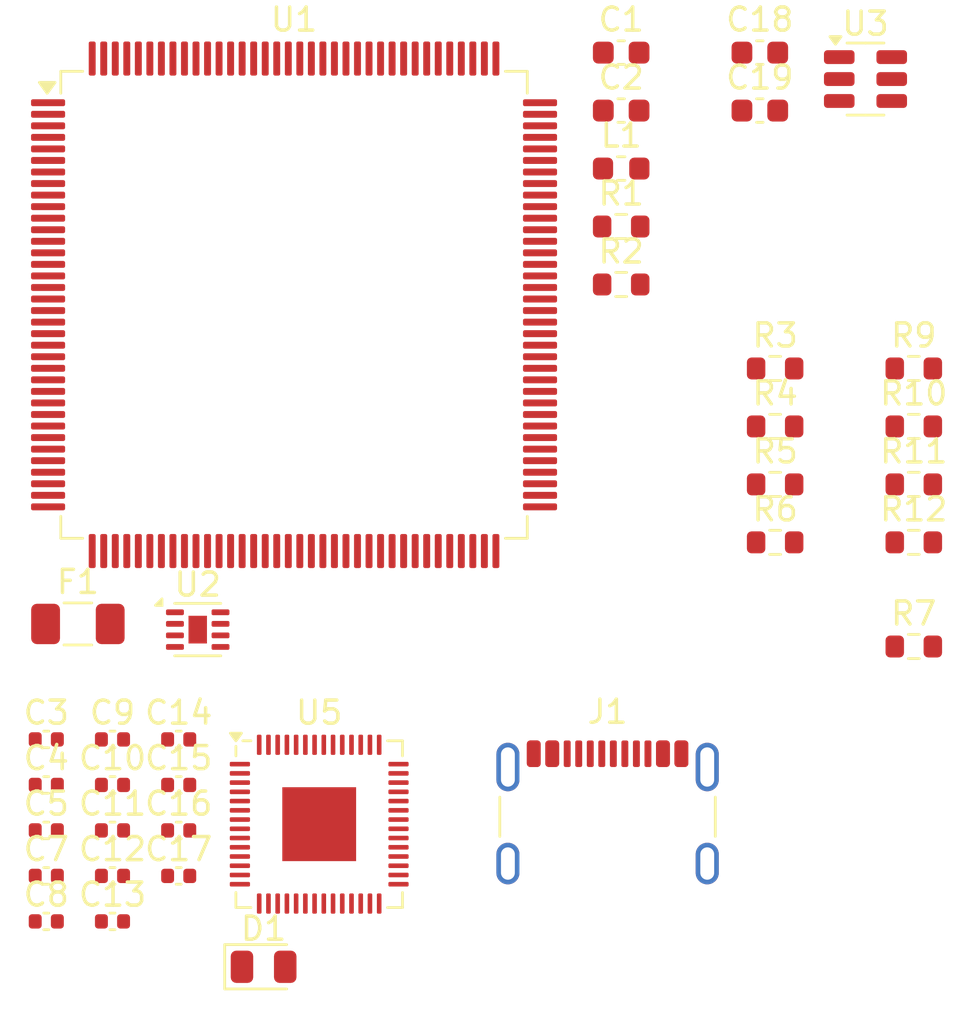
<source format=kicad_pcb>
(kicad_pcb (version 20240108) (generator "pcbnew") (generator_version "8.0")
  (layers (0 "F.Cu" signal) (31 "B.Cu" signal) (34 "B.Paste" user) (35 "F.Paste" user) (36 "B.SilkS" user "B.Silkscreen") (37 "F.SilkS" user "F.Silkscreen") (38 "B.Mask" user) (39 "F.Mask" user) (44 "Edge.Cuts" user))
  (net 0 "")
  (net 1 "GND")
  (net 2 "/FPGA Power/IN")
  (net 3 "+3V3")
  (net 4 "/RP2040/XIN")
  (net 5 "/RP2040/XOUT_R")
  (net 6 "/RP2040/1V1")
  (net 7 "+5V")
  (net 8 "/LEDA")
  (net 9 "Net-(D1-A)")
  (net 10 "Net-(J1-CC2)")
  (net 11 "/D+")
  (net 12 "Net-(J1-CC1)")
  (net 14 "/D-")
  (net 16 "/FPGA Power/LX")
  (net 17 "/FPGA Power/FB")
  (net 66 "/TMS")
  (net 92 "1V2")
  (net 105 "/TCK")
  (net 111 "/TDO")
  (net 118 "/TDI")
  (net 142 "/Backlight/BL_PWM")
  (net 143 "Net-(D2-A)")
  (net 144 "/LEDK")
  (net 145 "/TP_INT")
  (net 146 "/RP2040/QSPI_SD1")
  (net 148 "/RP2040/QSPI_SS")
  (net 149 "/FPGA_CLK")
  (net 151 "/USB_D+")
  (net 152 "/FPGA_D5")
  (net 153 "/RP2040/SWCLK")
  (net 154 "/FPGA_D1")
  (net 155 "Net-(U5-RUN)")
  (net 156 "/RP2040/QSPI_SD2")
  (net 157 "/RP2040/QSPI_SCLK")
  (net 158 "/FPGA_D2")
  (net 159 "/RP2040/SWD")
  (net 160 "/FPGA_D4")
  (net 161 "/FPGA_D6")
  (net 162 "/RP2040/DEBUG_UART_RX")
  (net 163 "/FPGA_RD")
  (net 164 "/USB_D-")
  (net 165 "/RP2040/QSPI_SD3")
  (net 167 "/FPGA_D3")
  (net 169 "/RP2040/LED_STATUS")
  (net 170 "/TP_SDA")
  (net 172 "/FPGA_D7")
  (net 173 "/RP2040/XOUT")
  (net 176 "/TP_SCL")
  (net 177 "/FPGA_D0")
  (net 178 "/RP2040/DEBUG_UART_TX")
  (net 180 "/FPGA_WR")
  (net 181 "/RP2040/QSPI_SD0")
  (net 183 "/TP_RST")
  (net 184 "Net-(R9-Pad2)")
  (footprint "Capacitor_SMD:C_0402_1005Metric" (layer "F.Cu") (at 132.513 112.295)
    (property "Reference" "C7" (at 0 -1.16 0) (layer "F.SilkS"))
    (property "Value" "100n")
    (fp_line (start -0.107836 -0.36) (end 0.107836 -0.36) (stroke (width 0.12)) (layer "F.SilkS"))
    (fp_line (start -0.107836 0.36) (end 0.107836 0.36) (stroke (width 0.12)) (layer "F.SilkS"))
    (pad "1" smd roundrect (at -0.48 0) (size 0.56 0.62) (layers "F.Cu" "F.Paste" "F.Mask") (net 6 "/RP2040/1V1"))
    (pad "2" smd roundrect (at 0.48 0) (size 0.56 0.62) (layers "F.Cu" "F.Paste" "F.Mask") (net 1 "GND"))
  )
  (footprint "Capacitor_SMD:C_0402_1005Metric" (layer "F.Cu") (at 135.383 110.325)
    (property "Reference" "C11" (at 0 -1.16 0) (layer "F.SilkS"))
    (property "Value" "100n")
    (fp_line (start -0.107836 -0.36) (end 0.107836 -0.36) (stroke (width 0.12)) (layer "F.SilkS"))
    (fp_line (start -0.107836 0.36) (end 0.107836 0.36) (stroke (width 0.12)) (layer "F.SilkS"))
    (pad "1" smd roundrect (at -0.48 0) (size 0.56 0.62) (layers "F.Cu" "F.Paste" "F.Mask") (net 3 "+3V3"))
    (pad "2" smd roundrect (at 0.48 0) (size 0.56 0.62) (layers "F.Cu" "F.Paste" "F.Mask") (net 1 "GND"))
  )
  (footprint "Capacitor_SMD:C_0402_1005Metric" (layer "F.Cu") (at 138.253 108.355)
    (property "Reference" "C15" (at 0 -1.16 0) (layer "F.SilkS"))
    (property "Value" "100n")
    (fp_line (start -0.107836 -0.36) (end 0.107836 -0.36) (stroke (width 0.12)) (layer "F.SilkS"))
    (fp_line (start -0.107836 0.36) (end 0.107836 0.36) (stroke (width 0.12)) (layer "F.SilkS"))
    (pad "1" smd roundrect (at -0.48 0) (size 0.56 0.62) (layers "F.Cu" "F.Paste" "F.Mask") (net 3 "+3V3"))
    (pad "2" smd roundrect (at 0.48 0) (size 0.56 0.62) (layers "F.Cu" "F.Paste" "F.Mask") (net 1 "GND"))
  )
  (footprint "Capacitor_SMD:C_0402_1005Metric" (layer "F.Cu") (at 138.253 106.385)
    (property "Reference" "C14" (at 0 -1.16 0) (layer "F.SilkS"))
    (property "Value" "100n")
    (fp_line (start -0.107836 -0.36) (end 0.107836 -0.36) (stroke (width 0.12)) (layer "F.SilkS"))
    (fp_line (start -0.107836 0.36) (end 0.107836 0.36) (stroke (width 0.12)) (layer "F.SilkS"))
    (pad "1" smd roundrect (at -0.48 0) (size 0.56 0.62) (layers "F.Cu" "F.Paste" "F.Mask") (net 3 "+3V3"))
    (pad "2" smd roundrect (at 0.48 0) (size 0.56 0.62) (layers "F.Cu" "F.Paste" "F.Mask") (net 1 "GND"))
  )
  (footprint "Package_DFN_QFN:QFN-56-1EP_7x7mm_P0.4mm_EP3.2x3.2mm" (layer "F.Cu") (at 144.343 110.055)
    (property "Reference" "U5" (at 0 -4.83 0) (layer "F.SilkS"))
    (property "Value" "RP2040")
    (fp_line (start -3.61 -2.96) (end -3.61 -3.37) (stroke (width 0.12)) (layer "F.SilkS"))
    (fp_line (start -3.61 3.61) (end -3.61 2.96) (stroke (width 0.12)) (layer "F.SilkS"))
    (fp_line (start -2.96 -3.61) (end -3.31 -3.61) (stroke (width 0.12)) (layer "F.SilkS"))
    (fp_line (start -2.96 3.61) (end -3.61 3.61) (stroke (width 0.12)) (layer "F.SilkS"))
    (fp_line (start 2.96 -3.61) (end 3.61 -3.61) (stroke (width 0.12)) (layer "F.SilkS"))
    (fp_line (start 2.96 3.61) (end 3.61 3.61) (stroke (width 0.12)) (layer "F.SilkS"))
    (fp_line (start 3.61 -3.61) (end 3.61 -2.96) (stroke (width 0.12)) (layer "F.SilkS"))
    (fp_line (start 3.61 3.61) (end 3.61 2.96) (stroke (width 0.12)) (layer "F.SilkS"))
    (fp_poly (pts (xy -3.61 -3.61) (xy -3.85 -3.94) (xy -3.37 -3.94) (xy -3.61 -3.61)) (stroke (width 0.12)) (fill solid) (layer "F.SilkS"))
    (pad "1" smd roundrect (at -3.4375 -2.6) (size 0.875 0.2) (layers "F.Cu" "F.Paste" "F.Mask") (net 3 "+3V3"))
    (pad "2" smd roundrect (at -3.4375 -2.2) (size 0.875 0.2) (layers "F.Cu" "F.Paste" "F.Mask") (net 178 "/RP2040/DEBUG_UART_TX"))
    (pad "3" smd roundrect (at -3.4375 -1.8) (size 0.875 0.2) (layers "F.Cu" "F.Paste" "F.Mask") (net 162 "/RP2040/DEBUG_UART_RX"))
    (pad "4" smd roundrect (at -3.4375 -1.4) (size 0.875 0.2) (layers "F.Cu" "F.Paste" "F.Mask"))
    (pad "5" smd roundrect (at -3.4375 -1) (size 0.875 0.2) (layers "F.Cu" "F.Paste" "F.Mask") (net 180 "/FPGA_WR"))
    (pad "6" smd roundrect (at -3.4375 -0.6) (size 0.875 0.2) (layers "F.Cu" "F.Paste" "F.Mask") (net 163 "/FPGA_RD"))
    (pad "7" smd roundrect (at -3.4375 -0.2) (size 0.875 0.2) (layers "F.Cu" "F.Paste" "F.Mask") (net 149 "/FPGA_CLK"))
    (pad "8" smd roundrect (at -3.4375 0.2) (size 0.875 0.2) (layers "F.Cu" "F.Paste" "F.Mask") (net 177 "/FPGA_D0"))
    (pad "9" smd roundrect (at -3.4375 0.6) (size 0.875 0.2) (layers "F.Cu" "F.Paste" "F.Mask") (net 154 "/FPGA_D1"))
    (pad "10" smd roundrect (at -3.4375 1) (size 0.875 0.2) (layers "F.Cu" "F.Paste" "F.Mask") (net 3 "+3V3"))
    (pad "11" smd roundrect (at -3.4375 1.4) (size 0.875 0.2) (layers "F.Cu" "F.Paste" "F.Mask") (net 158 "/FPGA_D2"))
    (pad "12" smd roundrect (at -3.4375 1.8) (size 0.875 0.2) (layers "F.Cu" "F.Paste" "F.Mask") (net 167 "/FPGA_D3"))
    (pad "13" smd roundrect (at -3.4375 2.2) (size 0.875 0.2) (layers "F.Cu" "F.Paste" "F.Mask") (net 160 "/FPGA_D4"))
    (pad "14" smd roundrect (at -3.4375 2.6) (size 0.875 0.2) (layers "F.Cu" "F.Paste" "F.Mask") (net 152 "/FPGA_D5"))
    (pad "15" smd roundrect (at -2.6 3.4375) (size 0.2 0.875) (layers "F.Cu" "F.Paste" "F.Mask") (net 161 "/FPGA_D6"))
    (pad "16" smd roundrect (at -2.2 3.4375) (size 0.2 0.875) (layers "F.Cu" "F.Paste" "F.Mask") (net 172 "/FPGA_D7"))
    (pad "17" smd roundrect (at -1.8 3.4375) (size 0.2 0.875) (layers "F.Cu" "F.Paste" "F.Mask"))
    (pad "18" smd roundrect (at -1.4 3.4375) (size 0.2 0.875) (layers "F.Cu" "F.Paste" "F.Mask"))
    (pad "19" smd roundrect (at -1 3.4375) (size 0.2 0.875) (layers "F.Cu" "F.Paste" "F.Mask"))
    (pad "20" smd roundrect (at -0.6 3.4375) (size 0.2 0.875) (layers "F.Cu" "F.Paste" "F.Mask") (net 4 "/RP2040/XIN"))
    (pad "21" smd roundrect (at -0.2 3.4375) (size 0.2 0.875) (layers "F.Cu" "F.Paste" "F.Mask") (net 173 "/RP2040/XOUT"))
    (pad "22" smd roundrect (at 0.2 3.4375) (size 0.2 0.875) (layers "F.Cu" "F.Paste" "F.Mask") (net 3 "+3V3"))
    (pad "23" smd roundrect (at 0.6 3.4375) (size 0.2 0.875) (layers "F.Cu" "F.Paste" "F.Mask") (net 6 "/RP2040/1V1"))
    (pad "24" smd roundrect (at 1 3.4375) (size 0.2 0.875) (layers "F.Cu" "F.Paste" "F.Mask") (net 153 "/RP2040/SWCLK"))
    (pad "25" smd roundrect (at 1.4 3.4375) (size 0.2 0.875) (layers "F.Cu" "F.Paste" "F.Mask") (net 159 "/RP2040/SWD"))
    (pad "26" smd roundrect (at 1.8 3.4375) (size 0.2 0.875) (layers "F.Cu" "F.Paste" "F.Mask") (net 155 "Net-(U5-RUN)"))
    (pad "27" smd roundrect (at 2.2 3.4375) (size 0.2 0.875) (layers "F.Cu" "F.Paste" "F.Mask") (net 118 "/TDI"))
    (pad "28" smd roundrect (at 2.6 3.4375) (size 0.2 0.875) (layers "F.Cu" "F.Paste" "F.Mask") (net 111 "/TDO"))
    (pad "29" smd roundrect (at 3.4375 2.6) (size 0.875 0.2) (layers "F.Cu" "F.Paste" "F.Mask") (net 105 "/TCK"))
    (pad "30" smd roundrect (at 3.4375 2.2) (size 0.875 0.2) (layers "F.Cu" "F.Paste" "F.Mask") (net 66 "/TMS"))
    (pad "31" smd roundrect (at 3.4375 1.8) (size 0.875 0.2) (layers "F.Cu" "F.Paste" "F.Mask") (net 170 "/TP_SDA"))
    (pad "32" smd roundrect (at 3.4375 1.4) (size 0.875 0.2) (layers "F.Cu" "F.Paste" "F.Mask") (net 176 "/TP_SCL"))
    (pad "33" smd roundrect (at 3.4375 1) (size 0.875 0.2) (layers "F.Cu" "F.Paste" "F.Mask") (net 3 "+3V3"))
    (pad "34" smd roundrect (at 3.4375 0.6) (size 0.875 0.2) (layers "F.Cu" "F.Paste" "F.Mask") (net 183 "/TP_RST"))
    (pad "35" smd roundrect (at 3.4375 0.2) (size 0.875 0.2) (layers "F.Cu" "F.Paste" "F.Mask") (net 145 "/TP_INT"))
    (pad "36" smd roundrect (at 3.4375 -0.2) (size 0.875 0.2) (layers "F.Cu" "F.Paste" "F.Mask"))
    (pad "37" smd roundrect (at 3.4375 -0.6) (size 0.875 0.2) (layers "F.Cu" "F.Paste" "F.Mask") (net 169 "/RP2040/LED_STATUS"))
    (pad "38" smd roundrect (at 3.4375 -1) (size 0.875 0.2) (layers "F.Cu" "F.Paste" "F.Mask"))
    (pad "39" smd roundrect (at 3.4375 -1.4) (size 0.875 0.2) (layers "F.Cu" "F.Paste" "F.Mask"))
    (pad "40" smd roundrect (at 3.4375 -1.8) (size 0.875 0.2) (layers "F.Cu" "F.Paste" "F.Mask"))
    (pad "41" smd roundrect (at 3.4375 -2.2) (size 0.875 0.2) (layers "F.Cu" "F.Paste" "F.Mask"))
    (pad "42" smd roundrect (at 3.4375 -2.6) (size 0.875 0.2) (layers "F.Cu" "F.Paste" "F.Mask") (net 3 "+3V3"))
    (pad "43" smd roundrect (at 2.6 -3.4375) (size 0.2 0.875) (layers "F.Cu" "F.Paste" "F.Mask") (net 3 "+3V3"))
    (pad "44" smd roundrect (at 2.2 -3.4375) (size 0.2 0.875) (layers "F.Cu" "F.Paste" "F.Mask") (net 3 "+3V3"))
    (pad "45" smd roundrect (at 1.8 -3.4375) (size 0.2 0.875) (layers "F.Cu" "F.Paste" "F.Mask") (net 6 "/RP2040/1V1"))
    (pad "46" smd roundrect (at 1.4 -3.4375) (size 0.2 0.875) (layers "F.Cu" "F.Paste" "F.Mask") (net 164 "/USB_D-"))
    (pad "47" smd roundrect (at 1 -3.4375) (size 0.2 0.875) (layers "F.Cu" "F.Paste" "F.Mask") (net 151 "/USB_D+"))
    (pad "48" smd roundrect (at 0.6 -3.4375) (size 0.2 0.875) (layers "F.Cu" "F.Paste" "F.Mask") (net 3 "+3V3"))
    (pad "49" smd roundrect (at 0.2 -3.4375) (size 0.2 0.875) (layers "F.Cu" "F.Paste" "F.Mask") (net 3 "+3V3"))
    (pad "50" smd roundrect (at -0.2 -3.4375) (size 0.2 0.875) (layers "F.Cu" "F.Paste" "F.Mask") (net 6 "/RP2040/1V1"))
    (pad "51" smd roundrect (at -0.6 -3.4375) (size 0.2 0.875) (layers "F.Cu" "F.Paste" "F.Mask") (net 165 "/RP2040/QSPI_SD3"))
    (pad "52" smd roundrect (at -1 -3.4375) (size 0.2 0.875) (layers "F.Cu" "F.Paste" "F.Mask") (net 157 "/RP2040/QSPI_SCLK"))
    (pad "53" smd roundrect (at -1.4 -3.4375) (size 0.2 0.875) (layers "F.Cu" "F.Paste" "F.Mask") (net 181 "/RP2040/QSPI_SD0"))
    (pad "54" smd roundrect (at -1.8 -3.4375) (size 0.2 0.875) (layers "F.Cu" "F.Paste" "F.Mask") (net 156 "/RP2040/QSPI_SD2"))
    (pad "55" smd roundrect (at -2.2 -3.4375) (size 0.2 0.875) (layers "F.Cu" "F.Paste" "F.Mask") (net 146 "/RP2040/QSPI_SD1"))
    (pad "56" smd roundrect (at -2.6 -3.4375) (size 0.2 0.875) (layers "F.Cu" "F.Paste" "F.Mask") (net 148 "/RP2040/QSPI_SS"))
    (pad "57" smd rect (at 0 0) (size 3.2 3.2) (property pad_prop_heatsink) (layers "F.Cu" "F.Mask") (net 1 "GND"))
  )
  (footprint "Package_TO_SOT_SMD:SOT-23-6" (layer "F.Cu") (at 168.023 77.79)
    (property "Reference" "U3" (at 0 -2.4 0) (layer "F.SilkS"))
    (property "Value" "~")
    (fp_line (start 0 -1.56) (end -0.8 -1.56) (stroke (width 0.12)) (layer "F.SilkS"))
    (fp_line (start 0 -1.56) (end 0.8 -1.56) (stroke (width 0.12)) (layer "F.SilkS"))
    (fp_line (start 0 1.56) (end -0.8 1.56) (stroke (width 0.12)) (layer "F.SilkS"))
    (fp_line (start 0 1.56) (end 0.8 1.56) (stroke (width 0.12)) (layer "F.SilkS"))
    (fp_poly (pts (xy -1.3 -1.51) (xy -1.54 -1.84) (xy -1.06 -1.84) (xy -1.3 -1.51)) (stroke (width 0.12)) (fill solid) (layer "F.SilkS"))
    (pad "1" smd roundrect (at -1.1375 -0.95) (size 1.325 0.6) (layers "F.Cu" "F.Paste" "F.Mask") (net 143 "Net-(D2-A)"))
    (pad "2" smd roundrect (at -1.1375 0) (size 1.325 0.6) (layers "F.Cu" "F.Paste" "F.Mask") (net 1 "GND"))
    (pad "3" smd roundrect (at -1.1375 0.95) (size 1.325 0.6) (layers "F.Cu" "F.Paste" "F.Mask") (net 144 "/LEDK"))
    (pad "4" smd roundrect (at 1.1375 0.95) (size 1.325 0.6) (layers "F.Cu" "F.Paste" "F.Mask") (net 142 "/Backlight/BL_PWM"))
    (pad "5" smd roundrect (at 1.1375 0) (size 1.325 0.6) (layers "F.Cu" "F.Paste" "F.Mask") (net 8 "/LEDA"))
    (pad "6" smd roundrect (at 1.1375 -0.95) (size 1.325 0.6) (layers "F.Cu" "F.Paste" "F.Mask") (net 7 "+5V"))
  )
  (footprint "Capacitor_SMD:C_0402_1005Metric" (layer "F.Cu") (at 135.383 108.355)
    (property "Reference" "C10" (at 0 -1.16 0) (layer "F.SilkS"))
    (property "Value" "100n")
    (fp_line (start -0.107836 -0.36) (end 0.107836 -0.36) (stroke (width 0.12)) (layer "F.SilkS"))
    (fp_line (start -0.107836 0.36) (end 0.107836 0.36) (stroke (width 0.12)) (layer "F.SilkS"))
    (pad "1" smd roundrect (at -0.48 0) (size 0.56 0.62) (layers "F.Cu" "F.Paste" "F.Mask") (net 3 "+3V3"))
    (pad "2" smd roundrect (at 0.48 0) (size 0.56 0.62) (layers "F.Cu" "F.Paste" "F.Mask") (net 1 "GND"))
  )
  (footprint "Resistor_SMD:R_0603_1608Metric" (layer "F.Cu") (at 157.433 84.175)
    (property "Reference" "R1" (at 0 -1.43 0) (layer "F.SilkS"))
    (property "Value" "470k")
    (fp_line (start -0.237258 -0.5225) (end 0.237258 -0.5225) (stroke (width 0.12)) (layer "F.SilkS"))
    (fp_line (start -0.237258 0.5225) (end 0.237258 0.5225) (stroke (width 0.12)) (layer "F.SilkS"))
    (pad "1" smd roundrect (at -0.825 0) (size 0.8 0.95) (layers "F.Cu" "F.Paste" "F.Mask") (net 3 "+3V3"))
    (pad "2" smd roundrect (at 0.825 0) (size 0.8 0.95) (layers "F.Cu" "F.Paste" "F.Mask") (net 17 "/FPGA Power/FB"))
  )
  (footprint "Resistor_SMD:R_0603_1608Metric" (layer "F.Cu") (at 164.107 92.832)
    (property "Reference" "R4" (at 0 -1.43 0) (layer "F.SilkS"))
    (property "Value" "5k1")
    (fp_line (start -0.237258 -0.5225) (end 0.237258 -0.5225) (stroke (width 0.12)) (layer "F.SilkS"))
    (fp_line (start -0.237258 0.5225) (end 0.237258 0.5225) (stroke (width 0.12)) (layer "F.SilkS"))
    (pad "1" smd roundrect (at -0.825 0) (size 0.8 0.95) (layers "F.Cu" "F.Paste" "F.Mask") (net 12 "Net-(J1-CC1)"))
    (pad "2" smd roundrect (at 0.825 0) (size 0.8 0.95) (layers "F.Cu" "F.Paste" "F.Mask") (net 1 "GND"))
  )
  (footprint "Resistor_SMD:R_0603_1608Metric" (layer "F.Cu") (at 170.117 97.852)
    (property "Reference" "R12" (at 0 -1.43 0) (layer "F.SilkS"))
    (property "Value" "270")
    (fp_line (start -0.237258 -0.5225) (end 0.237258 -0.5225) (stroke (width 0.12)) (layer "F.SilkS"))
    (fp_line (start -0.237258 0.5225) (end 0.237258 0.5225) (stroke (width 0.12)) (layer "F.SilkS"))
    (pad "1" smd roundrect (at -0.825 0) (size 0.8 0.95) (layers "F.Cu" "F.Paste" "F.Mask") (net 9 "Net-(D1-A)"))
    (pad "2" smd roundrect (at 0.825 0) (size 0.8 0.95) (layers "F.Cu" "F.Paste" "F.Mask") (net 169 "/RP2040/LED_STATUS"))
  )
  (footprint "Diode_SMD:D_0805_2012Metric" (layer "F.Cu") (at 141.933 116.23)
    (property "Reference" "D1" (at 0 -1.65 0) (layer "F.SilkS"))
    (property "Value" "LED")
    (fp_line (start -1.685 -0.96) (end -1.685 0.96) (stroke (width 0.12)) (layer "F.SilkS"))
    (fp_line (start -1.685 0.96) (end 1 0.96) (stroke (width 0.12)) (layer "F.SilkS"))
    (fp_line (start 1 -0.96) (end -1.685 -0.96) (stroke (width 0.12)) (layer "F.SilkS"))
    (pad "1" smd roundrect (at -0.9375 0) (size 0.975 1.4) (layers "F.Cu" "F.Paste" "F.Mask") (net 1 "GND"))
    (pad "2" smd roundrect (at 0.9375 0) (size 0.975 1.4) (layers "F.Cu" "F.Paste" "F.Mask") (net 9 "Net-(D1-A)"))
  )
  (footprint "Connector_USB:USB_C_Receptacle_GCT_USB4105-xx-A_16P_TopMnt_Horizontal" (layer "F.Cu") (at 156.843 110.685)
    (property "Reference" "J1" (at 0 -5.5 0) (layer "F.SilkS"))
    (property "Value" "USB4105-GF-A-120\n")
    (fp_line (start -4.67 -0.1) (end -4.67 -1.8) (stroke (width 0.12)) (layer "F.SilkS"))
    (fp_line (start 4.67 -0.1) (end 4.67 -1.8) (stroke (width 0.12)) (layer "F.SilkS"))
    (pad "" np_thru_hole circle (at -2.89 -2.605) (size 0.65 0.65) (drill 0.65) (layers "F&B.Cu" "*.Mask"))
    (pad "" np_thru_hole circle (at 2.89 -2.605) (size 0.65 0.65) (drill 0.65) (layers "F&B.Cu" "*.Mask"))
    (pad "A1" smd roundrect (at -3.2 -3.68) (size 0.6 1.15) (layers "F.Cu" "F.Paste" "F.Mask") (net 1 "GND"))
    (pad "A4" smd roundrect (at -2.4 -3.68) (size 0.6 1.15) (layers "F.Cu" "F.Paste" "F.Mask") (net 7 "+5V"))
    (pad "A5" smd roundrect (at -1.25 -3.68) (size 0.3 1.15) (layers "F.Cu" "F.Paste" "F.Mask") (net 12 "Net-(J1-CC1)"))
    (pad "A6" smd roundrect (at -0.25 -3.68) (size 0.3 1.15) (layers "F.Cu" "F.Paste" "F.Mask") (net 11 "/D+"))
    (pad "A7" smd roundrect (at 0.25 -3.68) (size 0.3 1.15) (layers "F.Cu" "F.Paste" "F.Mask") (net 14 "/D-"))
    (pad "A8" smd roundrect (at 1.25 -3.68) (size 0.3 1.15) (layers "F.Cu" "F.Paste" "F.Mask"))
    (pad "A9" smd roundrect (at 2.4 -3.68) (size 0.6 1.15) (layers "F.Cu" "F.Paste" "F.Mask") (net 7 "+5V"))
    (pad "A12" smd roundrect (at 3.2 -3.68) (size 0.6 1.15) (layers "F.Cu" "F.Paste" "F.Mask") (net 1 "GND"))
    (pad "B1" smd roundrect (at 3.2 -3.68) (size 0.6 1.15) (layers "F.Cu" "F.Paste" "F.Mask") (net 1 "GND"))
    (pad "B4" smd roundrect (at 2.4 -3.68) (size 0.6 1.15) (layers "F.Cu" "F.Paste" "F.Mask") (net 7 "+5V"))
    (pad "B5" smd roundrect (at 1.75 -3.68) (size 0.3 1.15) (layers "F.Cu" "F.Paste" "F.Mask") (net 10 "Net-(J1-CC2)"))
    (pad "B6" smd roundrect (at 0.75 -3.68) (size 0.3 1.15) (layers "F.Cu" "F.Paste" "F.Mask") (net 11 "/D+"))
    (pad "B7" smd roundrect (at -0.75 -3.68) (size 0.3 1.15) (layers "F.Cu" "F.Paste" "F.Mask") (net 14 "/D-"))
    (pad "B8" smd roundrect (at -1.75 -3.68) (size 0.3 1.15) (layers "F.Cu" "F.Paste" "F.Mask"))
    (pad "B9" smd roundrect (at -2.4 -3.68) (size 0.6 1.15) (layers "F.Cu" "F.Paste" "F.Mask") (net 7 "+5V"))
    (pad "B12" smd roundrect (at -3.2 -3.68) (size 0.6 1.15) (layers "F.Cu" "F.Paste" "F.Mask") (net 1 "GND"))
    (pad "S1" thru_hole oval (at -4.32 -3.105) (size 1 2.1) (drill oval 0.6 1.7) (layers "*.Cu" "*.Mask" "F.Paste") (net 1 "GND"))
    (pad "S1" thru_hole oval (at -4.32 1.075) (size 1 1.8) (drill oval 0.6 1.4) (layers "*.Cu" "*.Mask" "F.Paste") (net 1 "GND"))
    (pad "S1" thru_hole oval (at 4.32 -3.105) (size 1 2.1) (drill oval 0.6 1.7) (layers "*.Cu" "*.Mask" "F.Paste") (net 1 "GND"))
    (pad "S1" thru_hole oval (at 4.32 1.075) (size 1 1.8) (drill oval 0.6 1.4) (layers "*.Cu" "*.Mask" "F.Paste") (net 1 "GND"))
  )
  (footprint "Resistor_SMD:R_0603_1608Metric" (layer "F.Cu") (at 170.117 95.342)
    (property "Reference" "R11" (at 0 -1.43 0) (layer "F.SilkS"))
    (property "Value" "1k")
    (fp_line (start -0.237258 -0.5225) (end 0.237258 -0.5225) (stroke (width 0.12)) (layer "F.SilkS"))
    (fp_line (start -0.237258 0.5225) (end 0.237258 0.5225) (stroke (width 0.12)) (layer "F.SilkS"))
    (pad "1" smd roundrect (at -0.825 0) (size 0.8 0.95) (layers "F.Cu" "F.Paste" "F.Mask") (net 173 "/RP2040/XOUT"))
    (pad "2" smd roundrect (at 0.825 0) (size 0.8 0.95) (layers "F.Cu" "F.Paste" "F.Mask") (net 5 "/RP2040/XOUT_R"))
  )
  (footprint "Package_DFN_QFN:TDFN-8-1EP_2x2mm_P0.5mm_EP0.8x1.2mm" (layer "F.Cu") (at 139.078 101.63)
    (property "Reference" "U2" (at 0 -1.95 0) (layer "F.SilkS"))
    (property "Value" "MAX17620ATA")
    (fp_line (start -1 -1.135) (end 1 -1.135) (stroke (width 0.12)) (layer "F.SilkS"))
    (fp_line (start -1 1.135) (end 1 1.135) (stroke (width 0.12)) (layer "F.SilkS"))
    (fp_poly (pts (xy -1.55 -1.05) (xy -1.83 -1.05) (xy -1.55 -1.33) (xy -1.55 -1.05)) (stroke (width 0.12)) (fill solid) (layer "F.SilkS"))
    (pad "1" smd roundrect (at -0.9875 -0.75) (size 0.775 0.25) (layers "F.Cu" "F.Paste" "F.Mask") (net 2 "/FPGA Power/IN"))
    (pad "2" smd roundrect (at -0.9875 -0.25) (size 0.775 0.25) (layers "F.Cu" "F.Paste" "F.Mask") (net 1 "GND"))
    (pad "3" smd roundrect (at -0.9875 0.25) (size 0.775 0.25) (layers "F.Cu" "F.Paste" "F.Mask") (net 2 "/FPGA Power/IN"))
    (pad "4" smd roundrect (at -0.9875 0.75) (size 0.775 0.25) (layers "F.Cu" "F.Paste" "F.Mask"))
    (pad "5" smd roundrect (at 0.9875 0.75) (size 0.775 0.25) (layers "F.Cu" "F.Paste" "F.Mask"))
    (pad "6" smd roundrect (at 0.9875 0.25) (size 0.775 0.25) (layers "F.Cu" "F.Paste" "F.Mask") (net 17 "/FPGA Power/FB"))
    (pad "7" smd roundrect (at 0.9875 -0.25) (size 0.775 0.25) (layers "F.Cu" "F.Paste" "F.Mask") (net 3 "+3V3"))
    (pad "8" smd roundrect (at 0.9875 -0.75) (size 0.775 0.25) (layers "F.Cu" "F.Paste" "F.Mask") (net 16 "/FPGA Power/LX"))
    (pad "9" smd rect (at 0 0) (size 0.8 1.2) (property pad_prop_heatsink) (layers "F.Cu" "F.Mask") (net 1 "GND"))
  )
  (footprint "Inductor_SMD:L_0603_1608Metric" (layer "F.Cu") (at 157.433 81.665)
    (property "Reference" "L1" (at 0 -1.43 0) (layer "F.SilkS"))
    (property "Value" "1u")
    (fp_line (start -0.162779 -0.51) (end 0.162779 -0.51) (stroke (width 0.12)) (layer "F.SilkS"))
    (fp_line (start -0.162779 0.51) (end 0.162779 0.51) (stroke (width 0.12)) (layer "F.SilkS"))
    (pad "1" smd roundrect (at -0.7875 0) (size 0.875 0.95) (layers "F.Cu" "F.Paste" "F.Mask") (net 16 "/FPGA Power/LX"))
    (pad "2" smd roundrect (at 0.7875 0) (size 0.875 0.95) (layers "F.Cu" "F.Paste" "F.Mask") (net 3 "+3V3"))
  )
  (footprint "Capacitor_SMD:C_0402_1005Metric" (layer "F.Cu") (at 132.513 110.325)
    (property "Reference" "C5" (at 0 -1.16 0) (layer "F.SilkS"))
    (property "Value" "100n")
    (fp_line (start -0.107836 -0.36) (end 0.107836 -0.36) (stroke (width 0.12)) (layer "F.SilkS"))
    (fp_line (start -0.107836 0.36) (end 0.107836 0.36) (stroke (width 0.12)) (layer "F.SilkS"))
    (pad "1" smd roundrect (at -0.48 0) (size 0.56 0.62) (layers "F.Cu" "F.Paste" "F.Mask") (net 3 "+3V3"))
    (pad "2" smd roundrect (at 0.48 0) (size 0.56 0.62) (layers "F.Cu" "F.Paste" "F.Mask") (net 1 "GND"))
  )
  (footprint "Capacitor_SMD:C_0603_1608Metric" (layer "F.Cu") (at 157.433 79.155)
    (property "Reference" "C2" (at 0 -1.43 0) (layer "F.SilkS"))
    (property "Value" "10u")
    (fp_line (start -0.14058 -0.51) (end 0.14058 -0.51) (stroke (width 0.12)) (layer "F.SilkS"))
    (fp_line (start -0.14058 0.51) (end 0.14058 0.51) (stroke (width 0.12)) (layer "F.SilkS"))
    (pad "1" smd roundrect (at -0.775 0) (size 0.9 0.95) (layers "F.Cu" "F.Paste" "F.Mask") (net 3 "+3V3"))
    (pad "2" smd roundrect (at 0.775 0) (size 0.9 0.95) (layers "F.Cu" "F.Paste" "F.Mask") (net 1 "GND"))
  )
  (footprint "Capacitor_SMD:C_0402_1005Metric" (layer "F.Cu") (at 132.513 108.355)
    (property "Reference" "C4" (at 0 -1.16 0) (layer "F.SilkS"))
    (property "Value" "8p")
    (fp_line (start -0.107836 -0.36) (end 0.107836 -0.36) (stroke (width 0.12)) (layer "F.SilkS"))
    (fp_line (start -0.107836 0.36) (end 0.107836 0.36) (stroke (width 0.12)) (layer "F.SilkS"))
    (pad "1" smd roundrect (at -0.48 0) (size 0.56 0.62) (layers "F.Cu" "F.Paste" "F.Mask") (net 1 "GND"))
    (pad "2" smd roundrect (at 0.48 0) (size 0.56 0.62) (layers "F.Cu" "F.Paste" "F.Mask") (net 5 "/RP2040/XOUT_R"))
  )
  (footprint "Capacitor_SMD:C_0402_1005Metric" (layer "F.Cu") (at 135.383 112.295)
    (property "Reference" "C12" (at 0 -1.16 0) (layer "F.SilkS"))
    (property "Value" "100n")
    (fp_line (start -0.107836 -0.36) (end 0.107836 -0.36) (stroke (width 0.12)) (layer "F.SilkS"))
    (fp_line (start -0.107836 0.36) (end 0.107836 0.36) (stroke (width 0.12)) (layer "F.SilkS"))
    (pad "1" smd roundrect (at -0.48 0) (size 0.56 0.62) (layers "F.Cu" "F.Paste" "F.Mask") (net 3 "+3V3"))
    (pad "2" smd roundrect (at 0.48 0) (size 0.56 0.62) (layers "F.Cu" "F.Paste" "F.Mask") (net 1 "GND"))
  )
  (footprint "Resistor_SMD:R_0603_1608Metric" (layer "F.Cu") (at 170.117 90.322)
    (property "Reference" "R9" (at 0 -1.43 0) (layer "F.SilkS"))
    (property "Value" "10K")
    (fp_line (start -0.237258 -0.5225) (end 0.237258 -0.5225) (stroke (width 0.12)) (layer "F.SilkS"))
    (fp_line (start -0.237258 0.5225) (end 0.237258 0.5225) (stroke (width 0.12)) (layer "F.SilkS"))
    (pad "1" smd roundrect (at -0.825 0) (size 0.8 0.95) (layers "F.Cu" "F.Paste" "F.Mask") (net 148 "/RP2040/QSPI_SS"))
    (pad "2" smd roundrect (at 0.825 0) (size 0.8 0.95) (layers "F.Cu" "F.Paste" "F.Mask") (net 184 "Net-(R9-Pad2)"))
  )
  (footprint "Resistor_SMD:R_0603_1608Metric" (layer "F.Cu") (at 170.117 92.832)
    (property "Reference" "R10" (at 0 -1.43 0) (layer "F.SilkS"))
    (property "Value" "DNF")
    (fp_line (start -0.237258 -0.5225) (end 0.237258 -0.5225) (stroke (width 0.12)) (layer "F.SilkS"))
    (fp_line (start -0.237258 0.5225) (end 0.237258 0.5225) (stroke (width 0.12)) (layer "F.SilkS"))
    (pad "1" smd roundrect (at -0.825 0) (size 0.8 0.95) (layers "F.Cu" "F.Paste" "F.Mask") (net 148 "/RP2040/QSPI_SS"))
    (pad "2" smd roundrect (at 0.825 0) (size 0.8 0.95) (layers "F.Cu" "F.Paste" "F.Mask") (net 3 "+3V3"))
  )
  (footprint "Capacitor_SMD:C_0402_1005Metric" (layer "F.Cu") (at 132.513 114.265)
    (property "Reference" "C8" (at 0 -1.16 0) (layer "F.SilkS"))
    (property "Value" "100n")
    (fp_line (start -0.107836 -0.36) (end 0.107836 -0.36) (stroke (width 0.12)) (layer "F.SilkS"))
    (fp_line (start -0.107836 0.36) (end 0.107836 0.36) (stroke (width 0.12)) (layer "F.SilkS"))
    (pad "1" smd roundrect (at -0.48 0) (size 0.56 0.62) (layers "F.Cu" "F.Paste" "F.Mask") (net 6 "/RP2040/1V1"))
    (pad "2" smd roundrect (at 0.48 0) (size 0.56 0.62) (layers "F.Cu" "F.Paste" "F.Mask") (net 1 "GND"))
  )
  (footprint "Resistor_SMD:R_0603_1608Metric" (layer "F.Cu") (at 157.433 86.685)
    (property "Reference" "R2" (at 0 -1.43 0) (layer "F.SilkS"))
    (property "Value" "150k")
    (fp_line (start -0.237258 -0.5225) (end 0.237258 -0.5225) (stroke (width 0.12)) (layer "F.SilkS"))
    (fp_line (start -0.237258 0.5225) (end 0.237258 0.5225) (stroke (width 0.12)) (layer "F.SilkS"))
    (pad "1" smd roundrect (at -0.825 0) (size 0.8 0.95) (layers "F.Cu" "F.Paste" "F.Mask") (net 17 "/FPGA Power/FB"))
    (pad "2" smd roundrect (at 0.825 0) (size 0.8 0.95) (layers "F.Cu" "F.Paste" "F.Mask") (net 1 "GND"))
  )
  (footprint "Resistor_SMD:R_0603_1608Metric" (layer "F.Cu") (at 164.107 95.342)
    (property "Reference" "R5" (at 0 -1.43 0) (layer "F.SilkS"))
    (property "Value" "27")
    (fp_line (start -0.237258 -0.5225) (end 0.237258 -0.5225) (stroke (width 0.12)) (layer "F.SilkS"))
    (fp_line (start -0.237258 0.5225) (end 0.237258 0.5225) (stroke (width 0.12)) (layer "F.SilkS"))
    (pad "1" smd roundrect (at -0.825 0) (size 0.8 0.95) (layers "F.Cu" "F.Paste" "F.Mask") (net 14 "/D-"))
    (pad "2" smd roundrect (at 0.825 0) (size 0.8 0.95) (layers "F.Cu" "F.Paste" "F.Mask") (net 164 "/USB_D-"))
  )
  (footprint "Capacitor_SMD:C_0402_1005Metric" (layer "F.Cu") (at 135.383 114.265)
    (property "Reference" "C13" (at 0 -1.16 0) (layer "F.SilkS"))
    (property "Value" "100n")
    (fp_line (start -0.107836 -0.36) (end 0.107836 -0.36) (stroke (width 0.12)) (layer "F.SilkS"))
    (fp_line (start -0.107836 0.36) (end 0.107836 0.36) (stroke (width 0.12)) (layer "F.SilkS"))
    (pad "1" smd roundrect (at -0.48 0) (size 0.56 0.62) (layers "F.Cu" "F.Paste" "F.Mask") (net 3 "+3V3"))
    (pad "2" smd roundrect (at 0.48 0) (size 0.56 0.62) (layers "F.Cu" "F.Paste" "F.Mask") (net 1 "GND"))
  )
  (footprint "Resistor_SMD:R_0603_1608Metric" (layer "F.Cu") (at 164.107 90.322)
    (property "Reference" "R3" (at 0 -1.43 0) (layer "F.SilkS"))
    (property "Value" "5k1")
    (fp_line (start -0.237258 -0.5225) (end 0.237258 -0.5225) (stroke (width 0.12)) (layer "F.SilkS"))
    (fp_line (start -0.237258 0.5225) (end 0.237258 0.5225) (stroke (width 0.12)) (layer "F.SilkS"))
    (pad "1" smd roundrect (at -0.825 0) (size 0.8 0.95) (layers "F.Cu" "F.Paste" "F.Mask") (net 10 "Net-(J1-CC2)"))
    (pad "2" smd roundrect (at 0.825 0) (size 0.8 0.95) (layers "F.Cu" "F.Paste" "F.Mask") (net 1 "GND"))
  )
  (footprint "Resistor_SMD:R_0603_1608Metric" (layer "F.Cu") (at 164.107 97.852)
    (property "Reference" "R6" (at 0 -1.43 0) (layer "F.SilkS"))
    (property "Value" "27")
    (fp_line (start -0.237258 -0.5225) (end 0.237258 -0.5225) (stroke (width 0.12)) (layer "F.SilkS"))
    (fp_line (start -0.237258 0.5225) (end 0.237258 0.5225) (stroke (width 0.12)) (layer "F.SilkS"))
    (pad "1" smd roundrect (at -0.825 0) (size 0.8 0.95) (layers "F.Cu" "F.Paste" "F.Mask") (net 11 "/D+"))
    (pad "2" smd roundrect (at 0.825 0) (size 0.8 0.95) (layers "F.Cu" "F.Paste" "F.Mask") (net 151 "/USB_D+"))
  )
  (footprint "Capacitor_SMD:C_0402_1005Metric" (layer "F.Cu") (at 138.253 112.295)
    (property "Reference" "C17" (at 0 -1.16 0) (layer "F.SilkS"))
    (property "Value" "1u")
    (fp_line (start -0.107836 -0.36) (end 0.107836 -0.36) (stroke (width 0.12)) (layer "F.SilkS"))
    (fp_line (start -0.107836 0.36) (end 0.107836 0.36) (stroke (width 0.12)) (layer "F.SilkS"))
    (pad "1" smd roundrect (at -0.48 0) (size 0.56 0.62) (layers "F.Cu" "F.Paste" "F.Mask") (net 3 "+3V3"))
    (pad "2" smd roundrect (at 0.48 0) (size 0.56 0.62) (layers "F.Cu" "F.Paste" "F.Mask") (net 1 "GND"))
  )
  (footprint "Capacitor_SMD:C_0603_1608Metric" (layer "F.Cu") (at 163.443 76.645)
    (property "Reference" "C18" (at 0 -1.43 0) (layer "F.SilkS"))
    (property "Value" "1u")
    (fp_line (start -0.14058 -0.51) (end 0.14058 -0.51) (stroke (width 0.12)) (layer "F.SilkS"))
    (fp_line (start -0.14058 0.51) (end 0.14058 0.51) (stroke (width 0.12)) (layer "F.SilkS"))
    (pad "1" smd roundrect (at -0.775 0) (size 0.9 0.95) (layers "F.Cu" "F.Paste" "F.Mask") (net 7 "+5V"))
    (pad "2" smd roundrect (at 0.775 0) (size 0.9 0.95) (layers "F.Cu" "F.Paste" "F.Mask") (net 1 "GND"))
  )
  (footprint "Capacitor_SMD:C_0603_1608Metric" (layer "F.Cu") (at 157.433 76.645)
    (property "Reference" "C1" (at 0 -1.43 0) (layer "F.SilkS"))
    (property "Value" "10u")
    (fp_line (start -0.14058 -0.51) (end 0.14058 -0.51) (stroke (width 0.12)) (layer "F.SilkS"))
    (fp_line (start -0.14058 0.51) (end 0.14058 0.51) (stroke (width 0.12)) (layer "F.SilkS"))
    (pad "1" smd roundrect (at -0.775 0) (size 0.9 0.95) (layers "F.Cu" "F.Paste" "F.Mask") (net 2 "/FPGA Power/IN"))
    (pad "2" smd roundrect (at 0.775 0) (size 0.9 0.95) (layers "F.Cu" "F.Paste" "F.Mask") (net 1 "GND"))
  )
  (footprint "Fuse:Fuse_1206_3216Metric" (layer "F.Cu") (at 133.883 101.385)
    (property "Reference" "F1" (at 0 -1.82 0) (layer "F.SilkS"))
    (property "Value" "350mA")
    (fp_line (start -0.602064 -0.91) (end 0.602064 -0.91) (stroke (width 0.12)) (layer "F.SilkS"))
    (fp_line (start -0.602064 0.91) (end 0.602064 0.91) (stroke (width 0.12)) (layer "F.SilkS"))
    (pad "1" smd roundrect (at -1.4 0) (size 1.25 1.75) (layers "F.Cu" "F.Paste" "F.Mask") (roundrect_rratio 0.2) (net 2 "/FPGA Power/IN"))
    (pad "2" smd roundrect (at 1.4 0) (size 1.25 1.75) (layers "F.Cu" "F.Paste" "F.Mask") (roundrect_rratio 0.2) (net 7 "+5V"))
  )
  (footprint "Capacitor_SMD:C_0402_1005Metric" (layer "F.Cu") (at 138.253 110.325)
    (property "Reference" "C16" (at 0 -1.16 0) (layer "F.SilkS"))
    (property "Value" "100n")
    (fp_line (start -0.107836 -0.36) (end 0.107836 -0.36) (stroke (width 0.12)) (layer "F.SilkS"))
    (fp_line (start -0.107836 0.36) (end 0.107836 0.36) (stroke (width 0.12)) (layer "F.SilkS"))
    (pad "1" smd roundrect (at -0.48 0) (size 0.56 0.62) (layers "F.Cu" "F.Paste" "F.Mask") (net 3 "+3V3"))
    (pad "2" smd roundrect (at 0.48 0) (size 0.56 0.62) (layers "F.Cu" "F.Paste" "F.Mask") (net 1 "GND"))
  )
  (footprint "Resistor_SMD:R_0603_1608Metric" (layer "F.Cu") (at 170.117 102.362)
    (property "Reference" "R7" (at 0 -1.43 0) (layer "F.SilkS"))
    (property "Value" "12R5")
    (fp_line (start -0.237258 -0.5225) (end 0.237258 -0.5225) (stroke (width 0.12)) (layer "F.SilkS"))
    (fp_line (start -0.237258 0.5225) (end 0.237258 0.5225) (stroke (width 0.12)) (layer "F.SilkS"))
    (pad "1" smd roundrect (at -0.825 0) (size 0.8 0.95) (layers "F.Cu" "F.Paste" "F.Mask") (net 144 "/LEDK"))
    (pad "2" smd roundrect (at 0.825 0) (size 0.8 0.95) (layers "F.Cu" "F.Paste" "F.Mask") (net 1 "GND"))
  )
  (footprint "Capacitor_SMD:C_0402_1005Metric" (layer "F.Cu") (at 132.513 106.385)
    (property "Reference" "C3" (at 0 -1.16 0) (layer "F.SilkS"))
    (property "Value" "8p")
    (fp_line (start -0.107836 -0.36) (end 0.107836 -0.36) (stroke (width 0.12)) (layer "F.SilkS"))
    (fp_line (start -0.107836 0.36) (end 0.107836 0.36) (stroke (width 0.12)) (layer "F.SilkS"))
    (pad "1" smd roundrect (at -0.48 0) (size 0.56 0.62) (layers "F.Cu" "F.Paste" "F.Mask") (net 1 "GND"))
    (pad "2" smd roundrect (at 0.48 0) (size 0.56 0.62) (layers "F.Cu" "F.Paste" "F.Mask") (net 4 "/RP2040/XIN"))
  )
  (footprint "Capacitor_SMD:C_0402_1005Metric" (layer "F.Cu") (at 135.383 106.385)
    (property "Reference" "C9" (at 0 -1.16 0) (layer "F.SilkS"))
    (property "Value" "1u")
    (fp_line (start -0.107836 -0.36) (end 0.107836 -0.36) (stroke (width 0.12)) (layer "F.SilkS"))
    (fp_line (start -0.107836 0.36) (end 0.107836 0.36) (stroke (width 0.12)) (layer "F.SilkS"))
    (pad "1" smd roundrect (at -0.48 0) (size 0.56 0.62) (layers "F.Cu" "F.Paste" "F.Mask") (net 6 "/RP2040/1V1"))
    (pad "2" smd roundrect (at 0.48 0) (size 0.56 0.62) (layers "F.Cu" "F.Paste" "F.Mask") (net 1 "GND"))
  )
  (footprint "Capacitor_SMD:C_0603_1608Metric" (layer "F.Cu") (at 163.443 79.155)
    (property "Reference" "C19" (at 0 -1.43 0) (layer "F.SilkS"))
    (property "Value" "1u")
    (fp_line (start -0.14058 -0.51) (end 0.14058 -0.51) (stroke (width 0.12)) (layer "F.SilkS"))
    (fp_line (start -0.14058 0.51) (end 0.14058 0.51) (stroke (width 0.12)) (layer "F.SilkS"))
    (pad "1" smd roundrect (at -0.775 0) (size 0.9 0.95) (layers "F.Cu" "F.Paste" "F.Mask") (net 8 "/LEDA"))
    (pad "2" smd roundrect (at 0.775 0) (size 0.9 0.95) (layers "F.Cu" "F.Paste" "F.Mask") (net 1 "GND"))
  )
  (footprint "Package_QFP:TQFP-144_20x20mm_P0.5mm" (layer "F.Cu") (at 143.253 87.565)
    (property "Reference" "U1" (at 0 -12.35 0) (layer "F.SilkS"))
    (property "Value" "XC6SLX9-TQG144")
    (fp_line (start -10.11 -10.11) (end -10.11 -9.16) (stroke (width 0.12)) (layer "F.SilkS"))
    (fp_line (start -10.11 10.11) (end -10.11 9.16) (stroke (width 0.12)) (layer "F.SilkS"))
    (fp_line (start -9.16 -10.11) (end -10.11 -10.11) (stroke (width 0.12)) (layer "F.SilkS"))
    (fp_line (start -9.16 10.11) (end -10.11 10.11) (stroke (width 0.12)) (layer "F.SilkS"))
    (fp_line (start 9.16 -10.11) (end 10.11 -10.11) (stroke (width 0.12)) (layer "F.SilkS"))
    (fp_line (start 9.16 10.11) (end 10.11 10.11) (stroke (width 0.12)) (layer "F.SilkS"))
    (fp_line (start 10.11 -10.11) (end 10.11 -9.16) (stroke (width 0.12)) (layer "F.SilkS"))
    (fp_line (start 10.11 10.11) (end 10.11 9.16) (stroke (width 0.12)) (layer "F.SilkS"))
    (fp_poly (pts (xy -10.7 -9.16) (xy -11.04 -9.63) (xy -10.36 -9.63) (xy -10.7 -9.16)) (stroke (width 0.12)) (fill solid) (layer "F.SilkS"))
    (pad "1" smd roundrect (at -10.6625 -8.75) (size 1.475 0.3) (layers "F.Cu" "F.Paste" "F.Mask"))
    (pad "2" smd roundrect (at -10.6625 -8.25) (size 1.475 0.3) (layers "F.Cu" "F.Paste" "F.Mask"))
    (pad "3" smd roundrect (at -10.6625 -7.75) (size 1.475 0.3) (layers "F.Cu" "F.Paste" "F.Mask") (net 1 "GND"))
    (pad "4" smd roundrect (at -10.6625 -7.25) (size 1.475 0.3) (layers "F.Cu" "F.Paste" "F.Mask"))
    (pad "5" smd roundrect (at -10.6625 -6.75) (size 1.475 0.3) (layers "F.Cu" "F.Paste" "F.Mask"))
    (pad "6" smd roundrect (at -10.6625 -6.25) (size 1.475 0.3) (layers "F.Cu" "F.Paste" "F.Mask"))
    (pad "7" smd roundrect (at -10.6625 -5.75) (size 1.475 0.3) (layers "F.Cu" "F.Paste" "F.Mask"))
    (pad "8" smd roundrect (at -10.6625 -5.25) (size 1.475 0.3) (layers "F.Cu" "F.Paste" "F.Mask"))
    (pad "9" smd roundrect (at -10.6625 -4.75) (size 1.475 0.3) (layers "F.Cu" "F.Paste" "F.Mask"))
    (pad "10" smd roundrect (at -10.6625 -4.25) (size 1.475 0.3) (layers "F.Cu" "F.Paste" "F.Mask"))
    (pad "11" smd roundrect (at -10.6625 -3.75) (size 1.475 0.3) (layers "F.Cu" "F.Paste" "F.Mask"))
    (pad "12" smd roundrect (at -10.6625 -3.25) (size 1.475 0.3) (layers "F.Cu" "F.Paste" "F.Mask"))
    (pad "13" smd roundrect (at -10.6625 -2.75) (size 1.475 0.3) (layers "F.Cu" "F.Paste" "F.Mask") (net 1 "GND"))
    (pad "14" smd roundrect (at -10.6625 -2.25) (size 1.475 0.3) (layers "F.Cu" "F.Paste" "F.Mask"))
    (pad "15" smd roundrect (at -10.6625 -1.75) (size 1.475 0.3) (layers "F.Cu" "F.Paste" "F.Mask"))
    (pad "16" smd roundrect (at -10.6625 -1.25) (size 1.475 0.3) (layers "F.Cu" "F.Paste" "F.Mask"))
    (pad "17" smd roundrect (at -10.6625 -0.75) (size 1.475 0.3) (layers "F.Cu" "F.Paste" "F.Mask"))
    (pad "18" smd roundrect (at -10.6625 -0.25) (size 1.475 0.3) (layers "F.Cu" "F.Paste" "F.Mask"))
    (pad "19" smd roundrect (at -10.6625 0.25) (size 1.475 0.3) (layers "F.Cu" "F.Paste" "F.Mask") (net 92 "1V2"))
    (pad "20" smd roundrect (at -10.6625 0.75) (size 1.475 0.3) (layers "F.Cu" "F.Paste" "F.Mask") (net 3 "+3V3"))
    (pad "21" smd roundrect (at -10.6625 1.25) (size 1.475 0.3) (layers "F.Cu" "F.Paste" "F.Mask"))
    (pad "22" smd roundrect (at -10.6625 1.75) (size 1.475 0.3) (layers "F.Cu" "F.Paste" "F.Mask"))
    (pad "23" smd roundrect (at -10.6625 2.25) (size 1.475 0.3) (layers "F.Cu" "F.Paste" "F.Mask"))
    (pad "24" smd roundrect (at -10.6625 2.75) (size 1.475 0.3) (layers "F.Cu" "F.Paste" "F.Mask"))
    (pad "25" smd roundrect (at -10.6625 3.25) (size 1.475 0.3) (layers "F.Cu" "F.Paste" "F.Mask") (net 1 "GND"))
    (pad "26" smd roundrect (at -10.6625 3.75) (size 1.475 0.3) (layers "F.Cu" "F.Paste" "F.Mask"))
    (pad "27" smd roundrect (at -10.6625 4.25) (size 1.475 0.3) (layers "F.Cu" "F.Paste" "F.Mask"))
    (pad "28" smd roundrect (at -10.6625 4.75) (size 1.475 0.3) (layers "F.Cu" "F.Paste" "F.Mask") (net 92 "1V2"))
    (pad "29" smd roundrect (at -10.6625 5.25) (size 1.475 0.3) (layers "F.Cu" "F.Paste" "F.Mask"))
    (pad "30" smd roundrect (at -10.6625 5.75) (size 1.475 0.3) (layers "F.Cu" "F.Paste" "F.Mask"))
    (pad "31" smd roundrect (at -10.6625 6.25) (size 1.475 0.3) (layers "F.Cu" "F.Paste" "F.Mask"))
    (pad "32" smd roundrect (at -10.6625 6.75) (size 1.475 0.3) (layers "F.Cu" "F.Paste" "F.Mask"))
    (pad "33" smd roundrect (at -10.6625 7.25) (size 1.475 0.3) (layers "F.Cu" "F.Paste" "F.Mask"))
    (pad "34" smd roundrect (at -10.6625 7.75) (size 1.475 0.3) (layers "F.Cu" "F.Paste" "F.Mask"))
    (pad "35" smd roundrect (at -10.6625 8.25) (size 1.475 0.3) (layers "F.Cu" "F.Paste" "F.Mask"))
    (pad "36" smd roundrect (at -10.6625 8.75) (size 1.475 0.3) (layers "F.Cu" "F.Paste" "F.Mask") (net 3 "+3V3"))
    (pad "37" smd roundrect (at -8.75 10.6625) (size 0.3 1.475) (layers "F.Cu" "F.Paste" "F.Mask"))
    (pad "38" smd roundrect (at -8.25 10.6625) (size 0.3 1.475) (layers "F.Cu" "F.Paste" "F.Mask"))
    (pad "39" smd roundrect (at -7.75 10.6625) (size 0.3 1.475) (layers "F.Cu" "F.Paste" "F.Mask"))
    (pad "40" smd roundrect (at -7.25 10.6625) (size 0.3 1.475) (layers "F.Cu" "F.Paste" "F.Mask"))
    (pad "41" smd roundrect (at -6.75 10.6625) (size 0.3 1.475) (layers "F.Cu" "F.Paste" "F.Mask"))
    (pad "42" smd roundrect (at -6.25 10.6625) (size 0.3 1.475) (layers "F.Cu" "F.Paste" "F.Mask"))
    (pad "43" smd roundrect (at -5.75 10.6625) (size 0.3 1.475) (layers "F.Cu" "F.Paste" "F.Mask"))
    (pad "44" smd roundrect (at -5.25 10.6625) (size 0.3 1.475) (layers "F.Cu" "F.Paste" "F.Mask"))
    (pad "45" smd roundrect (at -4.75 10.6625) (size 0.3 1.475) (layers "F.Cu" "F.Paste" "F.Mask"))
    (pad "46" smd roundrect (at -4.25 10.6625) (size 0.3 1.475) (layers "F.Cu" "F.Paste" "F.Mask"))
    (pad "47" smd roundrect (at -3.75 10.6625) (size 0.3 1.475) (layers "F.Cu" "F.Paste" "F.Mask"))
    (pad "48" smd roundrect (at -3.25 10.6625) (size 0.3 1.475) (layers "F.Cu" "F.Paste" "F.Mask"))
    (pad "49" smd roundrect (at -2.75 10.6625) (size 0.3 1.475) (layers "F.Cu" "F.Paste" "F.Mask") (net 1 "GND"))
    (pad "50" smd roundrect (at -2.25 10.6625) (size 0.3 1.475) (layers "F.Cu" "F.Paste" "F.Mask"))
    (pad "51" smd roundrect (at -1.75 10.6625) (size 0.3 1.475) (layers "F.Cu" "F.Paste" "F.Mask"))
    (pad "52" smd roundrect (at -1.25 10.6625) (size 0.3 1.475) (layers "F.Cu" "F.Paste" "F.Mask") (net 92 "1V2"))
    (pad "53" smd roundrect (at -0.75 10.6625) (size 0.3 1.475) (layers "F.Cu" "F.Paste" "F.Mask") (net 3 "+3V3"))
    (pad "54" smd roundrect (at -0.25 10.6625) (size 0.3 1.475) (layers "F.Cu" "F.Paste" "F.Mask") (net 1 "GND"))
    (pad "55" smd roundrect (at 0.25 10.6625) (size 0.3 1.475) (layers "F.Cu" "F.Paste" "F.Mask"))
    (pad "56" smd roundrect (at 0.75 10.6625) (size 0.3 1.475) (layers "F.Cu" "F.Paste" "F.Mask"))
    (pad "57" smd roundrect (at 1.25 10.6625) (size 0.3 1.475) (layers "F.Cu" "F.Paste" "F.Mask"))
    (pad "58" smd roundrect (at 1.75 10.6625) (size 0.3 1.475) (layers "F.Cu" "F.Paste" "F.Mask"))
    (pad "59" smd roundrect (at 2.25 10.6625) (size 0.3 1.475) (layers "F.Cu" "F.Paste" "F.Mask"))
    (pad "60" smd roundrect (at 2.75 10.6625) (size 0.3 1.475) (layers "F.Cu" "F.Paste" "F.Mask"))
    (pad "61" smd roundrect (at 3.25 10.6625) (size 0.3 1.475) (layers "F.Cu" "F.Paste" "F.Mask"))
    (pad "62" smd roundrect (at 3.75 10.6625) (size 0.3 1.475) (layers "F.Cu" "F.Paste" "F.Mask"))
    (pad "63" smd roundrect (at 4.25 10.6625) (size 0.3 1.475) (layers "F.Cu" "F.Paste" "F.Mask"))
    (pad "64" smd roundrect (at 4.75 10.6625) (size 0.3 1.475) (layers "F.Cu" "F.Paste" "F.Mask"))
    (pad "65" smd roundrect (at 5.25 10.6625) (size 0.3 1.475) (layers "F.Cu" "F.Paste" "F.Mask"))
    (pad "66" smd roundrect (at 5.75 10.6625) (size 0.3 1.475) (layers "F.Cu" "F.Paste" "F.Mask"))
    (pad "67" smd roundrect (at 6.25 10.6625) (size 0.3 1.475) (layers "F.Cu" "F.Paste" "F.Mask"))
    (pad "68" smd roundrect (at 6.75 10.6625) (size 0.3 1.475) (layers "F.Cu" "F.Paste" "F.Mask") (net 1 "GND"))
    (pad "69" smd roundrect (at 7.25 10.6625) (size 0.3 1.475) (layers "F.Cu" "F.Paste" "F.Mask"))
    (pad "70" smd roundrect (at 7.75 10.6625) (size 0.3 1.475) (layers "F.Cu" "F.Paste" "F.Mask"))
    (pad "71" smd roundrect (at 8.25 10.6625) (size 0.3 1.475) (layers "F.Cu" "F.Paste" "F.Mask"))
    (pad "72" smd roundrect (at 8.75 10.6625) (size 0.3 1.475) (layers "F.Cu" "F.Paste" "F.Mask"))
    (pad "73" smd roundrect (at 10.6625 8.75) (size 1.475 0.3) (layers "F.Cu" "F.Paste" "F.Mask"))
    (pad "74" smd roundrect (at 10.6625 8.25) (size 1.475 0.3) (layers "F.Cu" "F.Paste" "F.Mask"))
    (pad "75" smd roundrect (at 10.6625 7.75) (size 1.475 0.3) (layers "F.Cu" "F.Paste" "F.Mask"))
    (pad "76" smd roundrect (at 10.6625 7.25) (size 1.475 0.3) (layers "F.Cu" "F.Paste" "F.Mask"))
    (pad "77" smd roundrect (at 10.6625 6.75) (size 1.475 0.3) (layers "F.Cu" "F.Paste" "F.Mask") (net 1 "GND"))
    (pad "78" smd roundrect (at 10.6625 6.25) (size 1.475 0.3) (layers "F.Cu" "F.Paste" "F.Mask"))
    (pad "79" smd roundrect (at 10.6625 5.75) (size 1.475 0.3) (layers "F.Cu" "F.Paste" "F.Mask"))
    (pad "80" smd roundrect (at 10.6625 5.25) (size 1.475 0.3) (layers "F.Cu" "F.Paste" "F.Mask"))
    (pad "81" smd roundrect (at 10.6625 4.75) (size 1.475 0.3) (layers "F.Cu" "F.Paste" "F.Mask"))
    (pad "82" smd roundrect (at 10.6625 4.25) (size 1.475 0.3) (layers "F.Cu" "F.Paste" "F.Mask"))
    (pad "83" smd roundrect (at 10.6625 3.75) (size 1.475 0.3) (layers "F.Cu" "F.Paste" "F.Mask"))
    (pad "84" smd roundrect (at 10.6625 3.25) (size 1.475 0.3) (layers "F.Cu" "F.Paste" "F.Mask"))
    (pad "85" smd roundrect (at 10.6625 2.75) (size 1.475 0.3) (layers "F.Cu" "F.Paste" "F.Mask"))
    (pad "86" smd roundrect (at 10.6625 2.25) (size 1.475 0.3) (layers "F.Cu" "F.Paste" "F.Mask"))
    (pad "87" smd roundrect (at 10.6625 1.75) (size 1.475 0.3) (layers "F.Cu" "F.Paste" "F.Mask"))
    (pad "88" smd roundrect (at 10.6625 1.25) (size 1.475 0.3) (layers "F.Cu" "F.Paste" "F.Mask"))
    (pad "89" smd roundrect (at 10.6625 0.75) (size 1.475 0.3) (layers "F.Cu" "F.Paste" "F.Mask") (net 92 "1V2"))
    (pad "90" smd roundrect (at 10.6625 0.25) (size 1.475 0.3) (layers "F.Cu" "F.Paste" "F.Mask") (net 3 "+3V3"))
    (pad "91" smd roundrect (at 10.6625 -0.25) (size 1.475 0.3) (layers "F.Cu" "F.Paste" "F.Mask") (net 1 "GND"))
    (pad "92" smd roundrect (at 10.6625 -0.75) (size 1.475 0.3) (layers "F.Cu" "F.Paste" "F.Mask"))
    (pad "93" smd roundrect (at 10.6625 -1.25) (size 1.475 0.3) (layers "F.Cu" "F.Paste" "F.Mask"))
    (pad "94" smd roundrect (at 10.6625 -1.75) (size 1.475 0.3) (layers "F.Cu" "F.Paste" "F.Mask"))
    (pad "95" smd roundrect (at 10.6625 -2.25) (size 1.475 0.3) (layers "F.Cu" "F.Paste" "F.Mask"))
    (pad "96" smd roundrect (at 10.6625 -2.75) (size 1.475 0.3) (layers "F.Cu" "F.Paste" "F.Mask") (net 1 "GND"))
    (pad "97" smd roundrect (at 10.6625 -3.25) (size 1.475 0.3) (layers "F.Cu" "F.Paste" "F.Mask"))
    (pad "98" smd roundrect (at 10.6625 -3.75) (size 1.475 0.3) (layers "F.Cu" "F.Paste" "F.Mask"))
    (pad "99" smd roundrect (at 10.6625 -4.25) (size 1.475 0.3) (layers "F.Cu" "F.Paste" "F.Mask"))
    (pad "100" smd roundrect (at 10.6625 -4.75) (size 1.475 0.3) (layers "F.Cu" "F.Paste" "F.Mask"))
    (pad "101" smd roundrect (at 10.6625 -5.25) (size 1.475 0.3) (layers "F.Cu" "F.Paste" "F.Mask"))
    (pad "102" smd roundrect (at 10.6625 -5.75) (size 1.475 0.3) (layers "F.Cu" "F.Paste" "F.Mask"))
    (pad "103" smd roundrect (at 10.6625 -6.25) (size 1.475 0.3) (layers "F.Cu" "F.Paste" "F.Mask"))
    (pad "104" smd roundrect (at 10.6625 -6.75) (size 1.475 0.3) (layers "F.Cu" "F.Paste" "F.Mask"))
    (pad "105" smd roundrect (at 10.6625 -7.25) (size 1.475 0.3) (layers "F.Cu" "F.Paste" "F.Mask"))
    (pad "106" smd roundrect (at 10.6625 -7.75) (size 1.475 0.3) (layers "F.Cu" "F.Paste" "F.Mask") (net 111 "/TDO"))
    (pad "107" smd roundrect (at 10.6625 -8.25) (size 1.475 0.3) (layers "F.Cu" "F.Paste" "F.Mask") (net 105 "/TCK"))
    (pad "108" smd roundrect (at 10.6625 -8.75) (size 1.475 0.3) (layers "F.Cu" "F.Paste" "F.Mask") (net 1 "GND"))
    (pad "109" smd roundrect (at 8.75 -10.6625) (size 0.3 1.475) (layers "F.Cu" "F.Paste" "F.Mask") (net 66 "/TMS"))
    (pad "110" smd roundrect (at 8.25 -10.6625) (size 0.3 1.475) (layers "F.Cu" "F.Paste" "F.Mask") (net 118 "/TDI"))
    (pad "111" smd roundrect (at 7.75 -10.6625) (size 0.3 1.475) (layers "F.Cu" "F.Paste" "F.Mask"))
    (pad "112" smd roundrect (at 7.25 -10.6625) (size 0.3 1.475) (layers "F.Cu" "F.Paste" "F.Mask"))
    (pad "113" smd roundrect (at 6.75 -10.6625) (size 0.3 1.475) (layers "F.Cu" "F.Paste" "F.Mask") (net 1 "GND"))
    (pad "114" smd roundrect (at 6.25 -10.6625) (size 0.3 1.475) (layers "F.Cu" "F.Paste" "F.Mask"))
    (pad "115" smd roundrect (at 5.75 -10.6625) (size 0.3 1.475) (layers "F.Cu" "F.Paste" "F.Mask"))
    (pad "116" smd roundrect (at 5.25 -10.6625) (size 0.3 1.475) (layers "F.Cu" "F.Paste" "F.Mask"))
    (pad "117" smd roundrect (at 4.75 -10.6625) (size 0.3 1.475) (layers "F.Cu" "F.Paste" "F.Mask"))
    (pad "118" smd roundrect (at 4.25 -10.6625) (size 0.3 1.475) (layers "F.Cu" "F.Paste" "F.Mask"))
    (pad "119" smd roundrect (at 3.75 -10.6625) (size 0.3 1.475) (layers "F.Cu" "F.Paste" "F.Mask"))
    (pad "120" smd roundrect (at 3.25 -10.6625) (size 0.3 1.475) (layers "F.Cu" "F.Paste" "F.Mask"))
    (pad "121" smd roundrect (at 2.75 -10.6625) (size 0.3 1.475) (layers "F.Cu" "F.Paste" "F.Mask"))
    (pad "122" smd roundrect (at 2.25 -10.6625) (size 0.3 1.475) (layers "F.Cu" "F.Paste" "F.Mask"))
    (pad "123" smd roundrect (at 1.75 -10.6625) (size 0.3 1.475) (layers "F.Cu" "F.Paste" "F.Mask"))
    (pad "124" smd roundrect (at 1.25 -10.6625) (size 0.3 1.475) (layers "F.Cu" "F.Paste" "F.Mask"))
    (pad "125" smd roundrect (at 0.75 -10.6625) (size 0.3 1.475) (layers "F.Cu" "F.Paste" "F.Mask"))
    (pad "126" smd roundrect (at 0.25 -10.6625) (size 0.3 1.475) (layers "F.Cu" "F.Paste" "F.Mask"))
    (pad "127" smd roundrect (at -0.25 -10.6625) (size 0.3 1.475) (layers "F.Cu" "F.Paste" "F.Mask"))
    (pad "128" smd roundrect (at -0.75 -10.6625) (size 0.3 1.475) (layers "F.Cu" "F.Paste" "F.Mask") (net 92 "1V2"))
    (pad "129" smd roundrect (at -1.25 -10.6625) (size 0.3 1.475) (layers "F.Cu" "F.Paste" "F.Mask") (net 3 "+3V3"))
    (pad "130" smd roundrect (at -1.75 -10.6625) (size 0.3 1.475) (layers "F.Cu" "F.Paste" "F.Mask") (net 1 "GND"))
    (pad "131" smd roundrect (at -2.25 -10.6625) (size 0.3 1.475) (layers "F.Cu" "F.Paste" "F.Mask"))
    (pad "132" smd roundrect (at -2.75 -10.6625) (size 0.3 1.475) (layers "F.Cu" "F.Paste" "F.Mask"))
    (pad "133" smd roundrect (at -3.25 -10.6625) (size 0.3 1.475) (layers "F.Cu" "F.Paste" "F.Mask"))
    (pad "134" smd roundrect (at -3.75 -10.6625) (size 0.3 1.475) (layers "F.Cu" "F.Paste" "F.Mask"))
    (pad "135" smd roundrect (at -4.25 -10.6625) (size 0.3 1.475) (layers "F.Cu" "F.Paste" "F.Mask"))
    (pad "136" smd roundrect (at -4.75 -10.6625) (size 0.3 1.475) (layers "F.Cu" "F.Paste" "F.Mask") (net 1 "GND"))
    (pad "137" smd roundrect (at -5.25 -10.6625) (size 0.3 1.475) (layers "F.Cu" "F.Paste" "F.Mask"))
    (pad "138" smd roundrect (at -5.75 -10.6625) (size 0.3 1.475) (layers "F.Cu" "F.Paste" "F.Mask"))
    (pad "139" smd roundrect (at -6.25 -10.6625) (size 0.3 1.475) (layers "F.Cu" "F.Paste" "F.Mask"))
    (pad "140" smd roundrect (at -6.75 -10.6625) (size 0.3 1.475) (layers "F.Cu" "F.Paste" "F.Mask"))
    (pad "141" smd roundrect (at -7.25 -10.6625) (size 0.3 1.475) (layers "F.Cu" "F.Paste" "F.Mask"))
    (pad "142" smd roundrect (at -7.75 -10.6625) (size 0.3 1.475) (layers "F.Cu" "F.Paste" "F.Mask"))
    (pad "143" smd roundrect (at -8.25 -10.6625) (size 0.3 1.475) (layers "F.Cu" "F.Paste" "F.Mask"))
    (pad "144" smd roundrect (at -8.75 -10.6625) (size 0.3 1.475) (layers "F.Cu" "F.Paste" "F.Mask"))
  )
)
</source>
